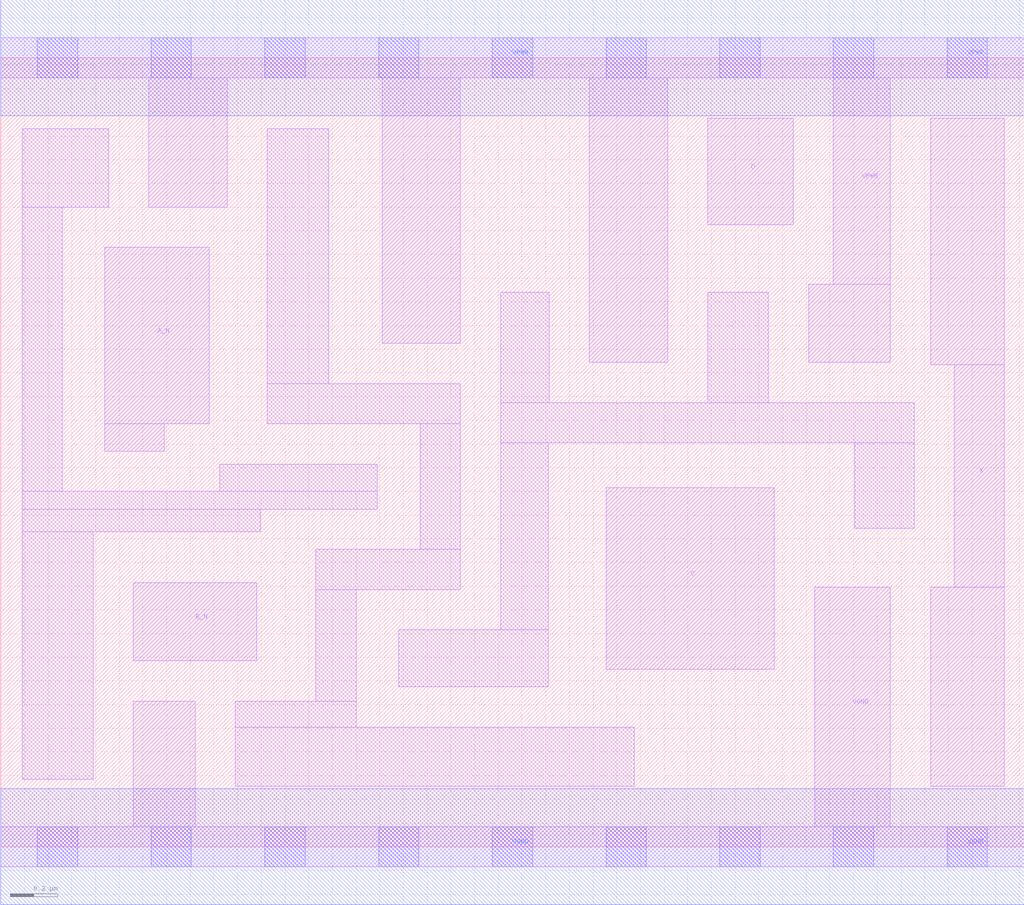
<source format=lef>
# Copyright 2020 The SkyWater PDK Authors
#
# Licensed under the Apache License, Version 2.0 (the "License");
# you may not use this file except in compliance with the License.
# You may obtain a copy of the License at
#
#     https://www.apache.org/licenses/LICENSE-2.0
#
# Unless required by applicable law or agreed to in writing, software
# distributed under the License is distributed on an "AS IS" BASIS,
# WITHOUT WARRANTIES OR CONDITIONS OF ANY KIND, either express or implied.
# See the License for the specific language governing permissions and
# limitations under the License.
#
# SPDX-License-Identifier: Apache-2.0

VERSION 5.7 ;
  NAMESCASESENSITIVE ON ;
  NOWIREEXTENSIONATPIN ON ;
  DIVIDERCHAR "/" ;
  BUSBITCHARS "[]" ;
UNITS
  DATABASE MICRONS 200 ;
END UNITS
MACRO sky130_fd_sc_lp__and4bb_1
  CLASS CORE ;
  SOURCE USER ;
  FOREIGN sky130_fd_sc_lp__and4bb_1 ;
  ORIGIN  0.000000  0.000000 ;
  SIZE  4.320000 BY  3.330000 ;
  SYMMETRY X Y R90 ;
  SITE unit ;
  PIN A_N
    ANTENNAGATEAREA  0.126000 ;
    DIRECTION INPUT ;
    USE SIGNAL ;
    PORT
      LAYER li1 ;
        RECT 0.440000 1.670000 0.690000 1.785000 ;
        RECT 0.440000 1.785000 0.880000 2.530000 ;
    END
  END A_N
  PIN B_N
    ANTENNAGATEAREA  0.126000 ;
    DIRECTION INPUT ;
    USE SIGNAL ;
    PORT
      LAYER li1 ;
        RECT 0.560000 0.785000 1.080000 1.115000 ;
    END
  END B_N
  PIN C
    ANTENNAGATEAREA  0.126000 ;
    DIRECTION INPUT ;
    USE SIGNAL ;
    PORT
      LAYER li1 ;
        RECT 2.555000 0.750000 3.265000 1.515000 ;
    END
  END C
  PIN D
    ANTENNAGATEAREA  0.126000 ;
    DIRECTION INPUT ;
    USE SIGNAL ;
    PORT
      LAYER li1 ;
        RECT 2.985000 2.625000 3.345000 3.075000 ;
    END
  END D
  PIN X
    ANTENNADIFFAREA  0.556500 ;
    DIRECTION OUTPUT ;
    USE SIGNAL ;
    PORT
      LAYER li1 ;
        RECT 3.925000 0.255000 4.235000 1.095000 ;
        RECT 3.925000 2.035000 4.235000 3.075000 ;
        RECT 4.025000 1.095000 4.235000 2.035000 ;
    END
  END X
  PIN VGND
    DIRECTION INOUT ;
    USE GROUND ;
    PORT
      LAYER li1 ;
        RECT 0.000000 -0.085000 4.320000 0.085000 ;
        RECT 0.560000  0.085000 0.820000 0.615000 ;
        RECT 3.435000  0.085000 3.755000 1.095000 ;
      LAYER mcon ;
        RECT 0.155000 -0.085000 0.325000 0.085000 ;
        RECT 0.635000 -0.085000 0.805000 0.085000 ;
        RECT 1.115000 -0.085000 1.285000 0.085000 ;
        RECT 1.595000 -0.085000 1.765000 0.085000 ;
        RECT 2.075000 -0.085000 2.245000 0.085000 ;
        RECT 2.555000 -0.085000 2.725000 0.085000 ;
        RECT 3.035000 -0.085000 3.205000 0.085000 ;
        RECT 3.515000 -0.085000 3.685000 0.085000 ;
        RECT 3.995000 -0.085000 4.165000 0.085000 ;
      LAYER met1 ;
        RECT 0.000000 -0.245000 4.320000 0.245000 ;
    END
  END VGND
  PIN VPWR
    DIRECTION INOUT ;
    USE POWER ;
    PORT
      LAYER li1 ;
        RECT 0.000000 3.245000 4.320000 3.415000 ;
        RECT 0.625000 2.700000 0.955000 3.245000 ;
        RECT 1.610000 2.125000 1.940000 3.245000 ;
        RECT 2.485000 2.045000 2.815000 3.245000 ;
        RECT 3.410000 2.045000 3.755000 2.375000 ;
        RECT 3.515000 2.375000 3.755000 3.245000 ;
      LAYER mcon ;
        RECT 0.155000 3.245000 0.325000 3.415000 ;
        RECT 0.635000 3.245000 0.805000 3.415000 ;
        RECT 1.115000 3.245000 1.285000 3.415000 ;
        RECT 1.595000 3.245000 1.765000 3.415000 ;
        RECT 2.075000 3.245000 2.245000 3.415000 ;
        RECT 2.555000 3.245000 2.725000 3.415000 ;
        RECT 3.035000 3.245000 3.205000 3.415000 ;
        RECT 3.515000 3.245000 3.685000 3.415000 ;
        RECT 3.995000 3.245000 4.165000 3.415000 ;
      LAYER met1 ;
        RECT 0.000000 3.085000 4.320000 3.575000 ;
    END
  END VPWR
  OBS
    LAYER li1 ;
      RECT 0.090000 0.285000 0.390000 1.330000 ;
      RECT 0.090000 1.330000 1.095000 1.425000 ;
      RECT 0.090000 1.425000 1.590000 1.500000 ;
      RECT 0.090000 1.500000 0.260000 2.700000 ;
      RECT 0.090000 2.700000 0.455000 3.030000 ;
      RECT 0.925000 1.500000 1.590000 1.615000 ;
      RECT 0.990000 0.255000 2.675000 0.505000 ;
      RECT 0.990000 0.505000 1.500000 0.615000 ;
      RECT 1.125000 1.785000 1.940000 1.955000 ;
      RECT 1.125000 1.955000 1.385000 3.030000 ;
      RECT 1.330000 0.615000 1.500000 1.085000 ;
      RECT 1.330000 1.085000 1.940000 1.255000 ;
      RECT 1.680000 0.675000 2.310000 0.915000 ;
      RECT 1.770000 1.255000 1.940000 1.785000 ;
      RECT 2.110000 0.915000 2.310000 1.705000 ;
      RECT 2.110000 1.705000 3.855000 1.875000 ;
      RECT 2.110000 1.875000 2.315000 2.340000 ;
      RECT 2.985000 1.875000 3.240000 2.340000 ;
      RECT 3.605000 1.345000 3.855000 1.705000 ;
  END
END sky130_fd_sc_lp__and4bb_1

</source>
